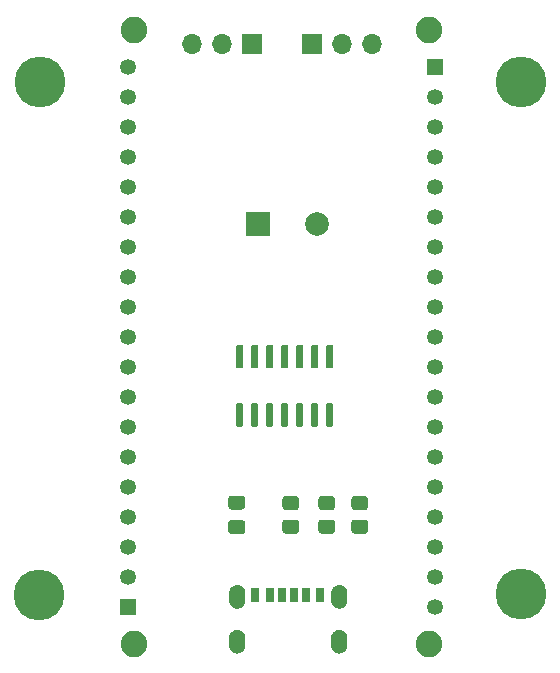
<source format=gbr>
%TF.GenerationSoftware,KiCad,Pcbnew,(5.1.12)-1*%
%TF.CreationDate,2022-08-02T20:23:38+02:00*%
%TF.ProjectId,esp32-led,65737033-322d-46c6-9564-2e6b69636164,rev?*%
%TF.SameCoordinates,Original*%
%TF.FileFunction,Soldermask,Bot*%
%TF.FilePolarity,Negative*%
%FSLAX46Y46*%
G04 Gerber Fmt 4.6, Leading zero omitted, Abs format (unit mm)*
G04 Created by KiCad (PCBNEW (5.1.12)-1) date 2022-08-02 20:23:38*
%MOMM*%
%LPD*%
G01*
G04 APERTURE LIST*
%ADD10C,0.010000*%
%ADD11O,1.700000X1.700000*%
%ADD12R,1.700000X1.700000*%
%ADD13C,4.300000*%
%ADD14C,2.250000*%
%ADD15R,1.350000X1.350000*%
%ADD16C,1.350000*%
%ADD17R,0.700000X1.200000*%
%ADD18R,0.760000X1.200000*%
%ADD19R,0.800000X1.200000*%
%ADD20C,2.000000*%
%ADD21R,2.000000X2.000000*%
G04 APERTURE END LIST*
D10*
%TO.C,J2*%
G36*
X171960000Y-98148000D02*
G01*
X171994000Y-98149000D01*
X172028000Y-98152000D01*
X172062000Y-98156000D01*
X172095000Y-98162000D01*
X172128000Y-98170000D01*
X172161000Y-98180000D01*
X172193000Y-98191000D01*
X172224000Y-98204000D01*
X172255000Y-98219000D01*
X172285000Y-98235000D01*
X172314000Y-98253000D01*
X172342000Y-98272000D01*
X172369000Y-98293000D01*
X172395000Y-98315000D01*
X172420000Y-98338000D01*
X172443000Y-98363000D01*
X172465000Y-98389000D01*
X172486000Y-98416000D01*
X172505000Y-98444000D01*
X172523000Y-98473000D01*
X172539000Y-98503000D01*
X172554000Y-98534000D01*
X172567000Y-98565000D01*
X172578000Y-98597000D01*
X172588000Y-98630000D01*
X172596000Y-98663000D01*
X172602000Y-98696000D01*
X172606000Y-98730000D01*
X172609000Y-98764000D01*
X172610000Y-98798000D01*
X172610000Y-99398000D01*
X172609000Y-99432000D01*
X172606000Y-99466000D01*
X172602000Y-99500000D01*
X172596000Y-99533000D01*
X172588000Y-99566000D01*
X172578000Y-99599000D01*
X172567000Y-99631000D01*
X172554000Y-99662000D01*
X172539000Y-99693000D01*
X172523000Y-99723000D01*
X172505000Y-99752000D01*
X172486000Y-99780000D01*
X172465000Y-99807000D01*
X172443000Y-99833000D01*
X172420000Y-99858000D01*
X172395000Y-99881000D01*
X172369000Y-99903000D01*
X172342000Y-99924000D01*
X172314000Y-99943000D01*
X172285000Y-99961000D01*
X172255000Y-99977000D01*
X172224000Y-99992000D01*
X172193000Y-100005000D01*
X172161000Y-100016000D01*
X172128000Y-100026000D01*
X172095000Y-100034000D01*
X172062000Y-100040000D01*
X172028000Y-100044000D01*
X171994000Y-100047000D01*
X171960000Y-100048000D01*
X171926000Y-100047000D01*
X171892000Y-100044000D01*
X171858000Y-100040000D01*
X171825000Y-100034000D01*
X171792000Y-100026000D01*
X171759000Y-100016000D01*
X171727000Y-100005000D01*
X171696000Y-99992000D01*
X171665000Y-99977000D01*
X171635000Y-99961000D01*
X171606000Y-99943000D01*
X171578000Y-99924000D01*
X171551000Y-99903000D01*
X171525000Y-99881000D01*
X171500000Y-99858000D01*
X171477000Y-99833000D01*
X171455000Y-99807000D01*
X171434000Y-99780000D01*
X171415000Y-99752000D01*
X171397000Y-99723000D01*
X171381000Y-99693000D01*
X171366000Y-99662000D01*
X171353000Y-99631000D01*
X171342000Y-99599000D01*
X171332000Y-99566000D01*
X171324000Y-99533000D01*
X171318000Y-99500000D01*
X171314000Y-99466000D01*
X171311000Y-99432000D01*
X171310000Y-99398000D01*
X171310000Y-98798000D01*
X171311000Y-98764000D01*
X171314000Y-98730000D01*
X171318000Y-98696000D01*
X171324000Y-98663000D01*
X171332000Y-98630000D01*
X171342000Y-98597000D01*
X171353000Y-98565000D01*
X171366000Y-98534000D01*
X171381000Y-98503000D01*
X171397000Y-98473000D01*
X171415000Y-98444000D01*
X171434000Y-98416000D01*
X171455000Y-98389000D01*
X171477000Y-98363000D01*
X171500000Y-98338000D01*
X171525000Y-98315000D01*
X171551000Y-98293000D01*
X171578000Y-98272000D01*
X171606000Y-98253000D01*
X171635000Y-98235000D01*
X171665000Y-98219000D01*
X171696000Y-98204000D01*
X171727000Y-98191000D01*
X171759000Y-98180000D01*
X171792000Y-98170000D01*
X171825000Y-98162000D01*
X171858000Y-98156000D01*
X171892000Y-98152000D01*
X171926000Y-98149000D01*
X171960000Y-98148000D01*
G37*
X171960000Y-98148000D02*
X171994000Y-98149000D01*
X172028000Y-98152000D01*
X172062000Y-98156000D01*
X172095000Y-98162000D01*
X172128000Y-98170000D01*
X172161000Y-98180000D01*
X172193000Y-98191000D01*
X172224000Y-98204000D01*
X172255000Y-98219000D01*
X172285000Y-98235000D01*
X172314000Y-98253000D01*
X172342000Y-98272000D01*
X172369000Y-98293000D01*
X172395000Y-98315000D01*
X172420000Y-98338000D01*
X172443000Y-98363000D01*
X172465000Y-98389000D01*
X172486000Y-98416000D01*
X172505000Y-98444000D01*
X172523000Y-98473000D01*
X172539000Y-98503000D01*
X172554000Y-98534000D01*
X172567000Y-98565000D01*
X172578000Y-98597000D01*
X172588000Y-98630000D01*
X172596000Y-98663000D01*
X172602000Y-98696000D01*
X172606000Y-98730000D01*
X172609000Y-98764000D01*
X172610000Y-98798000D01*
X172610000Y-99398000D01*
X172609000Y-99432000D01*
X172606000Y-99466000D01*
X172602000Y-99500000D01*
X172596000Y-99533000D01*
X172588000Y-99566000D01*
X172578000Y-99599000D01*
X172567000Y-99631000D01*
X172554000Y-99662000D01*
X172539000Y-99693000D01*
X172523000Y-99723000D01*
X172505000Y-99752000D01*
X172486000Y-99780000D01*
X172465000Y-99807000D01*
X172443000Y-99833000D01*
X172420000Y-99858000D01*
X172395000Y-99881000D01*
X172369000Y-99903000D01*
X172342000Y-99924000D01*
X172314000Y-99943000D01*
X172285000Y-99961000D01*
X172255000Y-99977000D01*
X172224000Y-99992000D01*
X172193000Y-100005000D01*
X172161000Y-100016000D01*
X172128000Y-100026000D01*
X172095000Y-100034000D01*
X172062000Y-100040000D01*
X172028000Y-100044000D01*
X171994000Y-100047000D01*
X171960000Y-100048000D01*
X171926000Y-100047000D01*
X171892000Y-100044000D01*
X171858000Y-100040000D01*
X171825000Y-100034000D01*
X171792000Y-100026000D01*
X171759000Y-100016000D01*
X171727000Y-100005000D01*
X171696000Y-99992000D01*
X171665000Y-99977000D01*
X171635000Y-99961000D01*
X171606000Y-99943000D01*
X171578000Y-99924000D01*
X171551000Y-99903000D01*
X171525000Y-99881000D01*
X171500000Y-99858000D01*
X171477000Y-99833000D01*
X171455000Y-99807000D01*
X171434000Y-99780000D01*
X171415000Y-99752000D01*
X171397000Y-99723000D01*
X171381000Y-99693000D01*
X171366000Y-99662000D01*
X171353000Y-99631000D01*
X171342000Y-99599000D01*
X171332000Y-99566000D01*
X171324000Y-99533000D01*
X171318000Y-99500000D01*
X171314000Y-99466000D01*
X171311000Y-99432000D01*
X171310000Y-99398000D01*
X171310000Y-98798000D01*
X171311000Y-98764000D01*
X171314000Y-98730000D01*
X171318000Y-98696000D01*
X171324000Y-98663000D01*
X171332000Y-98630000D01*
X171342000Y-98597000D01*
X171353000Y-98565000D01*
X171366000Y-98534000D01*
X171381000Y-98503000D01*
X171397000Y-98473000D01*
X171415000Y-98444000D01*
X171434000Y-98416000D01*
X171455000Y-98389000D01*
X171477000Y-98363000D01*
X171500000Y-98338000D01*
X171525000Y-98315000D01*
X171551000Y-98293000D01*
X171578000Y-98272000D01*
X171606000Y-98253000D01*
X171635000Y-98235000D01*
X171665000Y-98219000D01*
X171696000Y-98204000D01*
X171727000Y-98191000D01*
X171759000Y-98180000D01*
X171792000Y-98170000D01*
X171825000Y-98162000D01*
X171858000Y-98156000D01*
X171892000Y-98152000D01*
X171926000Y-98149000D01*
X171960000Y-98148000D01*
G36*
X163320000Y-98148000D02*
G01*
X163354000Y-98149000D01*
X163388000Y-98152000D01*
X163422000Y-98156000D01*
X163455000Y-98162000D01*
X163488000Y-98170000D01*
X163521000Y-98180000D01*
X163553000Y-98191000D01*
X163584000Y-98204000D01*
X163615000Y-98219000D01*
X163645000Y-98235000D01*
X163674000Y-98253000D01*
X163702000Y-98272000D01*
X163729000Y-98293000D01*
X163755000Y-98315000D01*
X163780000Y-98338000D01*
X163803000Y-98363000D01*
X163825000Y-98389000D01*
X163846000Y-98416000D01*
X163865000Y-98444000D01*
X163883000Y-98473000D01*
X163899000Y-98503000D01*
X163914000Y-98534000D01*
X163927000Y-98565000D01*
X163938000Y-98597000D01*
X163948000Y-98630000D01*
X163956000Y-98663000D01*
X163962000Y-98696000D01*
X163966000Y-98730000D01*
X163969000Y-98764000D01*
X163970000Y-98798000D01*
X163970000Y-99398000D01*
X163969000Y-99432000D01*
X163966000Y-99466000D01*
X163962000Y-99500000D01*
X163956000Y-99533000D01*
X163948000Y-99566000D01*
X163938000Y-99599000D01*
X163927000Y-99631000D01*
X163914000Y-99662000D01*
X163899000Y-99693000D01*
X163883000Y-99723000D01*
X163865000Y-99752000D01*
X163846000Y-99780000D01*
X163825000Y-99807000D01*
X163803000Y-99833000D01*
X163780000Y-99858000D01*
X163755000Y-99881000D01*
X163729000Y-99903000D01*
X163702000Y-99924000D01*
X163674000Y-99943000D01*
X163645000Y-99961000D01*
X163615000Y-99977000D01*
X163584000Y-99992000D01*
X163553000Y-100005000D01*
X163521000Y-100016000D01*
X163488000Y-100026000D01*
X163455000Y-100034000D01*
X163422000Y-100040000D01*
X163388000Y-100044000D01*
X163354000Y-100047000D01*
X163320000Y-100048000D01*
X163286000Y-100047000D01*
X163252000Y-100044000D01*
X163218000Y-100040000D01*
X163185000Y-100034000D01*
X163152000Y-100026000D01*
X163119000Y-100016000D01*
X163087000Y-100005000D01*
X163056000Y-99992000D01*
X163025000Y-99977000D01*
X162995000Y-99961000D01*
X162966000Y-99943000D01*
X162938000Y-99924000D01*
X162911000Y-99903000D01*
X162885000Y-99881000D01*
X162860000Y-99858000D01*
X162837000Y-99833000D01*
X162815000Y-99807000D01*
X162794000Y-99780000D01*
X162775000Y-99752000D01*
X162757000Y-99723000D01*
X162741000Y-99693000D01*
X162726000Y-99662000D01*
X162713000Y-99631000D01*
X162702000Y-99599000D01*
X162692000Y-99566000D01*
X162684000Y-99533000D01*
X162678000Y-99500000D01*
X162674000Y-99466000D01*
X162671000Y-99432000D01*
X162670000Y-99398000D01*
X162670000Y-98798000D01*
X162671000Y-98764000D01*
X162674000Y-98730000D01*
X162678000Y-98696000D01*
X162684000Y-98663000D01*
X162692000Y-98630000D01*
X162702000Y-98597000D01*
X162713000Y-98565000D01*
X162726000Y-98534000D01*
X162741000Y-98503000D01*
X162757000Y-98473000D01*
X162775000Y-98444000D01*
X162794000Y-98416000D01*
X162815000Y-98389000D01*
X162837000Y-98363000D01*
X162860000Y-98338000D01*
X162885000Y-98315000D01*
X162911000Y-98293000D01*
X162938000Y-98272000D01*
X162966000Y-98253000D01*
X162995000Y-98235000D01*
X163025000Y-98219000D01*
X163056000Y-98204000D01*
X163087000Y-98191000D01*
X163119000Y-98180000D01*
X163152000Y-98170000D01*
X163185000Y-98162000D01*
X163218000Y-98156000D01*
X163252000Y-98152000D01*
X163286000Y-98149000D01*
X163320000Y-98148000D01*
G37*
X163320000Y-98148000D02*
X163354000Y-98149000D01*
X163388000Y-98152000D01*
X163422000Y-98156000D01*
X163455000Y-98162000D01*
X163488000Y-98170000D01*
X163521000Y-98180000D01*
X163553000Y-98191000D01*
X163584000Y-98204000D01*
X163615000Y-98219000D01*
X163645000Y-98235000D01*
X163674000Y-98253000D01*
X163702000Y-98272000D01*
X163729000Y-98293000D01*
X163755000Y-98315000D01*
X163780000Y-98338000D01*
X163803000Y-98363000D01*
X163825000Y-98389000D01*
X163846000Y-98416000D01*
X163865000Y-98444000D01*
X163883000Y-98473000D01*
X163899000Y-98503000D01*
X163914000Y-98534000D01*
X163927000Y-98565000D01*
X163938000Y-98597000D01*
X163948000Y-98630000D01*
X163956000Y-98663000D01*
X163962000Y-98696000D01*
X163966000Y-98730000D01*
X163969000Y-98764000D01*
X163970000Y-98798000D01*
X163970000Y-99398000D01*
X163969000Y-99432000D01*
X163966000Y-99466000D01*
X163962000Y-99500000D01*
X163956000Y-99533000D01*
X163948000Y-99566000D01*
X163938000Y-99599000D01*
X163927000Y-99631000D01*
X163914000Y-99662000D01*
X163899000Y-99693000D01*
X163883000Y-99723000D01*
X163865000Y-99752000D01*
X163846000Y-99780000D01*
X163825000Y-99807000D01*
X163803000Y-99833000D01*
X163780000Y-99858000D01*
X163755000Y-99881000D01*
X163729000Y-99903000D01*
X163702000Y-99924000D01*
X163674000Y-99943000D01*
X163645000Y-99961000D01*
X163615000Y-99977000D01*
X163584000Y-99992000D01*
X163553000Y-100005000D01*
X163521000Y-100016000D01*
X163488000Y-100026000D01*
X163455000Y-100034000D01*
X163422000Y-100040000D01*
X163388000Y-100044000D01*
X163354000Y-100047000D01*
X163320000Y-100048000D01*
X163286000Y-100047000D01*
X163252000Y-100044000D01*
X163218000Y-100040000D01*
X163185000Y-100034000D01*
X163152000Y-100026000D01*
X163119000Y-100016000D01*
X163087000Y-100005000D01*
X163056000Y-99992000D01*
X163025000Y-99977000D01*
X162995000Y-99961000D01*
X162966000Y-99943000D01*
X162938000Y-99924000D01*
X162911000Y-99903000D01*
X162885000Y-99881000D01*
X162860000Y-99858000D01*
X162837000Y-99833000D01*
X162815000Y-99807000D01*
X162794000Y-99780000D01*
X162775000Y-99752000D01*
X162757000Y-99723000D01*
X162741000Y-99693000D01*
X162726000Y-99662000D01*
X162713000Y-99631000D01*
X162702000Y-99599000D01*
X162692000Y-99566000D01*
X162684000Y-99533000D01*
X162678000Y-99500000D01*
X162674000Y-99466000D01*
X162671000Y-99432000D01*
X162670000Y-99398000D01*
X162670000Y-98798000D01*
X162671000Y-98764000D01*
X162674000Y-98730000D01*
X162678000Y-98696000D01*
X162684000Y-98663000D01*
X162692000Y-98630000D01*
X162702000Y-98597000D01*
X162713000Y-98565000D01*
X162726000Y-98534000D01*
X162741000Y-98503000D01*
X162757000Y-98473000D01*
X162775000Y-98444000D01*
X162794000Y-98416000D01*
X162815000Y-98389000D01*
X162837000Y-98363000D01*
X162860000Y-98338000D01*
X162885000Y-98315000D01*
X162911000Y-98293000D01*
X162938000Y-98272000D01*
X162966000Y-98253000D01*
X162995000Y-98235000D01*
X163025000Y-98219000D01*
X163056000Y-98204000D01*
X163087000Y-98191000D01*
X163119000Y-98180000D01*
X163152000Y-98170000D01*
X163185000Y-98162000D01*
X163218000Y-98156000D01*
X163252000Y-98152000D01*
X163286000Y-98149000D01*
X163320000Y-98148000D01*
G36*
X171960000Y-94348000D02*
G01*
X171994000Y-94349000D01*
X172028000Y-94352000D01*
X172062000Y-94356000D01*
X172095000Y-94362000D01*
X172128000Y-94370000D01*
X172161000Y-94380000D01*
X172193000Y-94391000D01*
X172224000Y-94404000D01*
X172255000Y-94419000D01*
X172285000Y-94435000D01*
X172314000Y-94453000D01*
X172342000Y-94472000D01*
X172369000Y-94493000D01*
X172395000Y-94515000D01*
X172420000Y-94538000D01*
X172443000Y-94563000D01*
X172465000Y-94589000D01*
X172486000Y-94616000D01*
X172505000Y-94644000D01*
X172523000Y-94673000D01*
X172539000Y-94703000D01*
X172554000Y-94734000D01*
X172567000Y-94765000D01*
X172578000Y-94797000D01*
X172588000Y-94830000D01*
X172596000Y-94863000D01*
X172602000Y-94896000D01*
X172606000Y-94930000D01*
X172609000Y-94964000D01*
X172610000Y-94998000D01*
X172610000Y-95598000D01*
X172609000Y-95632000D01*
X172606000Y-95666000D01*
X172602000Y-95700000D01*
X172596000Y-95733000D01*
X172588000Y-95766000D01*
X172578000Y-95799000D01*
X172567000Y-95831000D01*
X172554000Y-95862000D01*
X172539000Y-95893000D01*
X172523000Y-95923000D01*
X172505000Y-95952000D01*
X172486000Y-95980000D01*
X172465000Y-96007000D01*
X172443000Y-96033000D01*
X172420000Y-96058000D01*
X172395000Y-96081000D01*
X172369000Y-96103000D01*
X172342000Y-96124000D01*
X172314000Y-96143000D01*
X172285000Y-96161000D01*
X172255000Y-96177000D01*
X172224000Y-96192000D01*
X172193000Y-96205000D01*
X172161000Y-96216000D01*
X172128000Y-96226000D01*
X172095000Y-96234000D01*
X172062000Y-96240000D01*
X172028000Y-96244000D01*
X171994000Y-96247000D01*
X171960000Y-96248000D01*
X171926000Y-96247000D01*
X171892000Y-96244000D01*
X171858000Y-96240000D01*
X171825000Y-96234000D01*
X171792000Y-96226000D01*
X171759000Y-96216000D01*
X171727000Y-96205000D01*
X171696000Y-96192000D01*
X171665000Y-96177000D01*
X171635000Y-96161000D01*
X171606000Y-96143000D01*
X171578000Y-96124000D01*
X171551000Y-96103000D01*
X171525000Y-96081000D01*
X171500000Y-96058000D01*
X171477000Y-96033000D01*
X171455000Y-96007000D01*
X171434000Y-95980000D01*
X171415000Y-95952000D01*
X171397000Y-95923000D01*
X171381000Y-95893000D01*
X171366000Y-95862000D01*
X171353000Y-95831000D01*
X171342000Y-95799000D01*
X171332000Y-95766000D01*
X171324000Y-95733000D01*
X171318000Y-95700000D01*
X171314000Y-95666000D01*
X171311000Y-95632000D01*
X171310000Y-95598000D01*
X171310000Y-94998000D01*
X171311000Y-94964000D01*
X171314000Y-94930000D01*
X171318000Y-94896000D01*
X171324000Y-94863000D01*
X171332000Y-94830000D01*
X171342000Y-94797000D01*
X171353000Y-94765000D01*
X171366000Y-94734000D01*
X171381000Y-94703000D01*
X171397000Y-94673000D01*
X171415000Y-94644000D01*
X171434000Y-94616000D01*
X171455000Y-94589000D01*
X171477000Y-94563000D01*
X171500000Y-94538000D01*
X171525000Y-94515000D01*
X171551000Y-94493000D01*
X171578000Y-94472000D01*
X171606000Y-94453000D01*
X171635000Y-94435000D01*
X171665000Y-94419000D01*
X171696000Y-94404000D01*
X171727000Y-94391000D01*
X171759000Y-94380000D01*
X171792000Y-94370000D01*
X171825000Y-94362000D01*
X171858000Y-94356000D01*
X171892000Y-94352000D01*
X171926000Y-94349000D01*
X171960000Y-94348000D01*
G37*
X171960000Y-94348000D02*
X171994000Y-94349000D01*
X172028000Y-94352000D01*
X172062000Y-94356000D01*
X172095000Y-94362000D01*
X172128000Y-94370000D01*
X172161000Y-94380000D01*
X172193000Y-94391000D01*
X172224000Y-94404000D01*
X172255000Y-94419000D01*
X172285000Y-94435000D01*
X172314000Y-94453000D01*
X172342000Y-94472000D01*
X172369000Y-94493000D01*
X172395000Y-94515000D01*
X172420000Y-94538000D01*
X172443000Y-94563000D01*
X172465000Y-94589000D01*
X172486000Y-94616000D01*
X172505000Y-94644000D01*
X172523000Y-94673000D01*
X172539000Y-94703000D01*
X172554000Y-94734000D01*
X172567000Y-94765000D01*
X172578000Y-94797000D01*
X172588000Y-94830000D01*
X172596000Y-94863000D01*
X172602000Y-94896000D01*
X172606000Y-94930000D01*
X172609000Y-94964000D01*
X172610000Y-94998000D01*
X172610000Y-95598000D01*
X172609000Y-95632000D01*
X172606000Y-95666000D01*
X172602000Y-95700000D01*
X172596000Y-95733000D01*
X172588000Y-95766000D01*
X172578000Y-95799000D01*
X172567000Y-95831000D01*
X172554000Y-95862000D01*
X172539000Y-95893000D01*
X172523000Y-95923000D01*
X172505000Y-95952000D01*
X172486000Y-95980000D01*
X172465000Y-96007000D01*
X172443000Y-96033000D01*
X172420000Y-96058000D01*
X172395000Y-96081000D01*
X172369000Y-96103000D01*
X172342000Y-96124000D01*
X172314000Y-96143000D01*
X172285000Y-96161000D01*
X172255000Y-96177000D01*
X172224000Y-96192000D01*
X172193000Y-96205000D01*
X172161000Y-96216000D01*
X172128000Y-96226000D01*
X172095000Y-96234000D01*
X172062000Y-96240000D01*
X172028000Y-96244000D01*
X171994000Y-96247000D01*
X171960000Y-96248000D01*
X171926000Y-96247000D01*
X171892000Y-96244000D01*
X171858000Y-96240000D01*
X171825000Y-96234000D01*
X171792000Y-96226000D01*
X171759000Y-96216000D01*
X171727000Y-96205000D01*
X171696000Y-96192000D01*
X171665000Y-96177000D01*
X171635000Y-96161000D01*
X171606000Y-96143000D01*
X171578000Y-96124000D01*
X171551000Y-96103000D01*
X171525000Y-96081000D01*
X171500000Y-96058000D01*
X171477000Y-96033000D01*
X171455000Y-96007000D01*
X171434000Y-95980000D01*
X171415000Y-95952000D01*
X171397000Y-95923000D01*
X171381000Y-95893000D01*
X171366000Y-95862000D01*
X171353000Y-95831000D01*
X171342000Y-95799000D01*
X171332000Y-95766000D01*
X171324000Y-95733000D01*
X171318000Y-95700000D01*
X171314000Y-95666000D01*
X171311000Y-95632000D01*
X171310000Y-95598000D01*
X171310000Y-94998000D01*
X171311000Y-94964000D01*
X171314000Y-94930000D01*
X171318000Y-94896000D01*
X171324000Y-94863000D01*
X171332000Y-94830000D01*
X171342000Y-94797000D01*
X171353000Y-94765000D01*
X171366000Y-94734000D01*
X171381000Y-94703000D01*
X171397000Y-94673000D01*
X171415000Y-94644000D01*
X171434000Y-94616000D01*
X171455000Y-94589000D01*
X171477000Y-94563000D01*
X171500000Y-94538000D01*
X171525000Y-94515000D01*
X171551000Y-94493000D01*
X171578000Y-94472000D01*
X171606000Y-94453000D01*
X171635000Y-94435000D01*
X171665000Y-94419000D01*
X171696000Y-94404000D01*
X171727000Y-94391000D01*
X171759000Y-94380000D01*
X171792000Y-94370000D01*
X171825000Y-94362000D01*
X171858000Y-94356000D01*
X171892000Y-94352000D01*
X171926000Y-94349000D01*
X171960000Y-94348000D01*
G36*
X163320000Y-94348000D02*
G01*
X163354000Y-94349000D01*
X163388000Y-94352000D01*
X163422000Y-94356000D01*
X163455000Y-94362000D01*
X163488000Y-94370000D01*
X163521000Y-94380000D01*
X163553000Y-94391000D01*
X163584000Y-94404000D01*
X163615000Y-94419000D01*
X163645000Y-94435000D01*
X163674000Y-94453000D01*
X163702000Y-94472000D01*
X163729000Y-94493000D01*
X163755000Y-94515000D01*
X163780000Y-94538000D01*
X163803000Y-94563000D01*
X163825000Y-94589000D01*
X163846000Y-94616000D01*
X163865000Y-94644000D01*
X163883000Y-94673000D01*
X163899000Y-94703000D01*
X163914000Y-94734000D01*
X163927000Y-94765000D01*
X163938000Y-94797000D01*
X163948000Y-94830000D01*
X163956000Y-94863000D01*
X163962000Y-94896000D01*
X163966000Y-94930000D01*
X163969000Y-94964000D01*
X163970000Y-94998000D01*
X163970000Y-95598000D01*
X163969000Y-95632000D01*
X163966000Y-95666000D01*
X163962000Y-95700000D01*
X163956000Y-95733000D01*
X163948000Y-95766000D01*
X163938000Y-95799000D01*
X163927000Y-95831000D01*
X163914000Y-95862000D01*
X163899000Y-95893000D01*
X163883000Y-95923000D01*
X163865000Y-95952000D01*
X163846000Y-95980000D01*
X163825000Y-96007000D01*
X163803000Y-96033000D01*
X163780000Y-96058000D01*
X163755000Y-96081000D01*
X163729000Y-96103000D01*
X163702000Y-96124000D01*
X163674000Y-96143000D01*
X163645000Y-96161000D01*
X163615000Y-96177000D01*
X163584000Y-96192000D01*
X163553000Y-96205000D01*
X163521000Y-96216000D01*
X163488000Y-96226000D01*
X163455000Y-96234000D01*
X163422000Y-96240000D01*
X163388000Y-96244000D01*
X163354000Y-96247000D01*
X163320000Y-96248000D01*
X163286000Y-96247000D01*
X163252000Y-96244000D01*
X163218000Y-96240000D01*
X163185000Y-96234000D01*
X163152000Y-96226000D01*
X163119000Y-96216000D01*
X163087000Y-96205000D01*
X163056000Y-96192000D01*
X163025000Y-96177000D01*
X162995000Y-96161000D01*
X162966000Y-96143000D01*
X162938000Y-96124000D01*
X162911000Y-96103000D01*
X162885000Y-96081000D01*
X162860000Y-96058000D01*
X162837000Y-96033000D01*
X162815000Y-96007000D01*
X162794000Y-95980000D01*
X162775000Y-95952000D01*
X162757000Y-95923000D01*
X162741000Y-95893000D01*
X162726000Y-95862000D01*
X162713000Y-95831000D01*
X162702000Y-95799000D01*
X162692000Y-95766000D01*
X162684000Y-95733000D01*
X162678000Y-95700000D01*
X162674000Y-95666000D01*
X162671000Y-95632000D01*
X162670000Y-95598000D01*
X162670000Y-94998000D01*
X162671000Y-94964000D01*
X162674000Y-94930000D01*
X162678000Y-94896000D01*
X162684000Y-94863000D01*
X162692000Y-94830000D01*
X162702000Y-94797000D01*
X162713000Y-94765000D01*
X162726000Y-94734000D01*
X162741000Y-94703000D01*
X162757000Y-94673000D01*
X162775000Y-94644000D01*
X162794000Y-94616000D01*
X162815000Y-94589000D01*
X162837000Y-94563000D01*
X162860000Y-94538000D01*
X162885000Y-94515000D01*
X162911000Y-94493000D01*
X162938000Y-94472000D01*
X162966000Y-94453000D01*
X162995000Y-94435000D01*
X163025000Y-94419000D01*
X163056000Y-94404000D01*
X163087000Y-94391000D01*
X163119000Y-94380000D01*
X163152000Y-94370000D01*
X163185000Y-94362000D01*
X163218000Y-94356000D01*
X163252000Y-94352000D01*
X163286000Y-94349000D01*
X163320000Y-94348000D01*
G37*
X163320000Y-94348000D02*
X163354000Y-94349000D01*
X163388000Y-94352000D01*
X163422000Y-94356000D01*
X163455000Y-94362000D01*
X163488000Y-94370000D01*
X163521000Y-94380000D01*
X163553000Y-94391000D01*
X163584000Y-94404000D01*
X163615000Y-94419000D01*
X163645000Y-94435000D01*
X163674000Y-94453000D01*
X163702000Y-94472000D01*
X163729000Y-94493000D01*
X163755000Y-94515000D01*
X163780000Y-94538000D01*
X163803000Y-94563000D01*
X163825000Y-94589000D01*
X163846000Y-94616000D01*
X163865000Y-94644000D01*
X163883000Y-94673000D01*
X163899000Y-94703000D01*
X163914000Y-94734000D01*
X163927000Y-94765000D01*
X163938000Y-94797000D01*
X163948000Y-94830000D01*
X163956000Y-94863000D01*
X163962000Y-94896000D01*
X163966000Y-94930000D01*
X163969000Y-94964000D01*
X163970000Y-94998000D01*
X163970000Y-95598000D01*
X163969000Y-95632000D01*
X163966000Y-95666000D01*
X163962000Y-95700000D01*
X163956000Y-95733000D01*
X163948000Y-95766000D01*
X163938000Y-95799000D01*
X163927000Y-95831000D01*
X163914000Y-95862000D01*
X163899000Y-95893000D01*
X163883000Y-95923000D01*
X163865000Y-95952000D01*
X163846000Y-95980000D01*
X163825000Y-96007000D01*
X163803000Y-96033000D01*
X163780000Y-96058000D01*
X163755000Y-96081000D01*
X163729000Y-96103000D01*
X163702000Y-96124000D01*
X163674000Y-96143000D01*
X163645000Y-96161000D01*
X163615000Y-96177000D01*
X163584000Y-96192000D01*
X163553000Y-96205000D01*
X163521000Y-96216000D01*
X163488000Y-96226000D01*
X163455000Y-96234000D01*
X163422000Y-96240000D01*
X163388000Y-96244000D01*
X163354000Y-96247000D01*
X163320000Y-96248000D01*
X163286000Y-96247000D01*
X163252000Y-96244000D01*
X163218000Y-96240000D01*
X163185000Y-96234000D01*
X163152000Y-96226000D01*
X163119000Y-96216000D01*
X163087000Y-96205000D01*
X163056000Y-96192000D01*
X163025000Y-96177000D01*
X162995000Y-96161000D01*
X162966000Y-96143000D01*
X162938000Y-96124000D01*
X162911000Y-96103000D01*
X162885000Y-96081000D01*
X162860000Y-96058000D01*
X162837000Y-96033000D01*
X162815000Y-96007000D01*
X162794000Y-95980000D01*
X162775000Y-95952000D01*
X162757000Y-95923000D01*
X162741000Y-95893000D01*
X162726000Y-95862000D01*
X162713000Y-95831000D01*
X162702000Y-95799000D01*
X162692000Y-95766000D01*
X162684000Y-95733000D01*
X162678000Y-95700000D01*
X162674000Y-95666000D01*
X162671000Y-95632000D01*
X162670000Y-95598000D01*
X162670000Y-94998000D01*
X162671000Y-94964000D01*
X162674000Y-94930000D01*
X162678000Y-94896000D01*
X162684000Y-94863000D01*
X162692000Y-94830000D01*
X162702000Y-94797000D01*
X162713000Y-94765000D01*
X162726000Y-94734000D01*
X162741000Y-94703000D01*
X162757000Y-94673000D01*
X162775000Y-94644000D01*
X162794000Y-94616000D01*
X162815000Y-94589000D01*
X162837000Y-94563000D01*
X162860000Y-94538000D01*
X162885000Y-94515000D01*
X162911000Y-94493000D01*
X162938000Y-94472000D01*
X162966000Y-94453000D01*
X162995000Y-94435000D01*
X163025000Y-94419000D01*
X163056000Y-94404000D01*
X163087000Y-94391000D01*
X163119000Y-94380000D01*
X163152000Y-94370000D01*
X163185000Y-94362000D01*
X163218000Y-94356000D01*
X163252000Y-94352000D01*
X163286000Y-94349000D01*
X163320000Y-94348000D01*
%TD*%
D11*
%TO.C,J3*%
X174752000Y-48514000D03*
X172212000Y-48514000D03*
D12*
X169672000Y-48514000D03*
%TD*%
D13*
%TO.C,REF\u002A\u002A*%
X146558000Y-95186500D03*
%TD*%
%TO.C,REF\u002A\u002A*%
X146685000Y-51752500D03*
%TD*%
%TO.C,REF\u002A\u002A*%
X187388500Y-95059500D03*
%TD*%
%TO.C,REF\u002A\u002A*%
X187388500Y-51752500D03*
%TD*%
D14*
%TO.C,U2*%
X179605354Y-47300000D03*
X154605354Y-47300000D03*
X179605354Y-99300000D03*
X154605354Y-99300000D03*
D15*
X180105354Y-50440000D03*
D16*
X180105354Y-52980000D03*
X180105354Y-55520000D03*
X180105354Y-58060000D03*
X180105354Y-60600000D03*
X180105354Y-63140000D03*
X180105354Y-65680000D03*
X180105354Y-68220000D03*
X180105354Y-70760000D03*
X180105354Y-73300000D03*
X180105354Y-75840000D03*
X180105354Y-78380000D03*
X180105354Y-80920000D03*
X180105354Y-83460000D03*
X180105354Y-86000000D03*
X180105354Y-88540000D03*
X180105354Y-91080000D03*
X180105354Y-93620000D03*
X180105354Y-96160000D03*
X154105354Y-93620000D03*
X154105354Y-91080000D03*
X154105354Y-88540000D03*
X154105354Y-86000000D03*
X154105354Y-83460000D03*
X154105354Y-80920000D03*
X154105354Y-78380000D03*
X154105354Y-75840000D03*
X154105354Y-73300000D03*
X154105354Y-70760000D03*
X154105354Y-68220000D03*
X154105354Y-65680000D03*
X154105354Y-63140000D03*
X154105354Y-60600000D03*
X154105354Y-58060000D03*
X154105354Y-55520000D03*
D15*
X154105354Y-96160000D03*
D16*
X154105354Y-52980000D03*
X154105354Y-50440000D03*
%TD*%
D17*
%TO.C,J2*%
X167140000Y-95218000D03*
X168140000Y-95218000D03*
D18*
X166120000Y-95218000D03*
X169160000Y-95218000D03*
D19*
X164890000Y-95218000D03*
X170390000Y-95218000D03*
%TD*%
D11*
%TO.C,J1*%
X159512000Y-48514000D03*
X162052000Y-48514000D03*
D12*
X164592000Y-48514000D03*
%TD*%
%TO.C,U1*%
G36*
G01*
X163366000Y-78960000D02*
X163786000Y-78960000D01*
G75*
G02*
X163876000Y-79050000I0J-90000D01*
G01*
X163876000Y-80840000D01*
G75*
G02*
X163786000Y-80930000I-90000J0D01*
G01*
X163366000Y-80930000D01*
G75*
G02*
X163276000Y-80840000I0J90000D01*
G01*
X163276000Y-79050000D01*
G75*
G02*
X163366000Y-78960000I90000J0D01*
G01*
G37*
G36*
G01*
X164636000Y-78960000D02*
X165056000Y-78960000D01*
G75*
G02*
X165146000Y-79050000I0J-90000D01*
G01*
X165146000Y-80840000D01*
G75*
G02*
X165056000Y-80930000I-90000J0D01*
G01*
X164636000Y-80930000D01*
G75*
G02*
X164546000Y-80840000I0J90000D01*
G01*
X164546000Y-79050000D01*
G75*
G02*
X164636000Y-78960000I90000J0D01*
G01*
G37*
G36*
G01*
X165906000Y-78960000D02*
X166326000Y-78960000D01*
G75*
G02*
X166416000Y-79050000I0J-90000D01*
G01*
X166416000Y-80840000D01*
G75*
G02*
X166326000Y-80930000I-90000J0D01*
G01*
X165906000Y-80930000D01*
G75*
G02*
X165816000Y-80840000I0J90000D01*
G01*
X165816000Y-79050000D01*
G75*
G02*
X165906000Y-78960000I90000J0D01*
G01*
G37*
G36*
G01*
X167176000Y-78960000D02*
X167596000Y-78960000D01*
G75*
G02*
X167686000Y-79050000I0J-90000D01*
G01*
X167686000Y-80840000D01*
G75*
G02*
X167596000Y-80930000I-90000J0D01*
G01*
X167176000Y-80930000D01*
G75*
G02*
X167086000Y-80840000I0J90000D01*
G01*
X167086000Y-79050000D01*
G75*
G02*
X167176000Y-78960000I90000J0D01*
G01*
G37*
G36*
G01*
X168446000Y-78960000D02*
X168866000Y-78960000D01*
G75*
G02*
X168956000Y-79050000I0J-90000D01*
G01*
X168956000Y-80840000D01*
G75*
G02*
X168866000Y-80930000I-90000J0D01*
G01*
X168446000Y-80930000D01*
G75*
G02*
X168356000Y-80840000I0J90000D01*
G01*
X168356000Y-79050000D01*
G75*
G02*
X168446000Y-78960000I90000J0D01*
G01*
G37*
G36*
G01*
X169716000Y-78960000D02*
X170136000Y-78960000D01*
G75*
G02*
X170226000Y-79050000I0J-90000D01*
G01*
X170226000Y-80840000D01*
G75*
G02*
X170136000Y-80930000I-90000J0D01*
G01*
X169716000Y-80930000D01*
G75*
G02*
X169626000Y-80840000I0J90000D01*
G01*
X169626000Y-79050000D01*
G75*
G02*
X169716000Y-78960000I90000J0D01*
G01*
G37*
G36*
G01*
X170986000Y-78960000D02*
X171406000Y-78960000D01*
G75*
G02*
X171496000Y-79050000I0J-90000D01*
G01*
X171496000Y-80840000D01*
G75*
G02*
X171406000Y-80930000I-90000J0D01*
G01*
X170986000Y-80930000D01*
G75*
G02*
X170896000Y-80840000I0J90000D01*
G01*
X170896000Y-79050000D01*
G75*
G02*
X170986000Y-78960000I90000J0D01*
G01*
G37*
G36*
G01*
X170986000Y-74010000D02*
X171406000Y-74010000D01*
G75*
G02*
X171496000Y-74100000I0J-90000D01*
G01*
X171496000Y-75890000D01*
G75*
G02*
X171406000Y-75980000I-90000J0D01*
G01*
X170986000Y-75980000D01*
G75*
G02*
X170896000Y-75890000I0J90000D01*
G01*
X170896000Y-74100000D01*
G75*
G02*
X170986000Y-74010000I90000J0D01*
G01*
G37*
G36*
G01*
X169716000Y-74010000D02*
X170136000Y-74010000D01*
G75*
G02*
X170226000Y-74100000I0J-90000D01*
G01*
X170226000Y-75890000D01*
G75*
G02*
X170136000Y-75980000I-90000J0D01*
G01*
X169716000Y-75980000D01*
G75*
G02*
X169626000Y-75890000I0J90000D01*
G01*
X169626000Y-74100000D01*
G75*
G02*
X169716000Y-74010000I90000J0D01*
G01*
G37*
G36*
G01*
X168446000Y-74010000D02*
X168866000Y-74010000D01*
G75*
G02*
X168956000Y-74100000I0J-90000D01*
G01*
X168956000Y-75890000D01*
G75*
G02*
X168866000Y-75980000I-90000J0D01*
G01*
X168446000Y-75980000D01*
G75*
G02*
X168356000Y-75890000I0J90000D01*
G01*
X168356000Y-74100000D01*
G75*
G02*
X168446000Y-74010000I90000J0D01*
G01*
G37*
G36*
G01*
X167176000Y-74010000D02*
X167596000Y-74010000D01*
G75*
G02*
X167686000Y-74100000I0J-90000D01*
G01*
X167686000Y-75890000D01*
G75*
G02*
X167596000Y-75980000I-90000J0D01*
G01*
X167176000Y-75980000D01*
G75*
G02*
X167086000Y-75890000I0J90000D01*
G01*
X167086000Y-74100000D01*
G75*
G02*
X167176000Y-74010000I90000J0D01*
G01*
G37*
G36*
G01*
X165906000Y-74010000D02*
X166326000Y-74010000D01*
G75*
G02*
X166416000Y-74100000I0J-90000D01*
G01*
X166416000Y-75890000D01*
G75*
G02*
X166326000Y-75980000I-90000J0D01*
G01*
X165906000Y-75980000D01*
G75*
G02*
X165816000Y-75890000I0J90000D01*
G01*
X165816000Y-74100000D01*
G75*
G02*
X165906000Y-74010000I90000J0D01*
G01*
G37*
G36*
G01*
X164636000Y-74010000D02*
X165056000Y-74010000D01*
G75*
G02*
X165146000Y-74100000I0J-90000D01*
G01*
X165146000Y-75890000D01*
G75*
G02*
X165056000Y-75980000I-90000J0D01*
G01*
X164636000Y-75980000D01*
G75*
G02*
X164546000Y-75890000I0J90000D01*
G01*
X164546000Y-74100000D01*
G75*
G02*
X164636000Y-74010000I90000J0D01*
G01*
G37*
G36*
G01*
X163366000Y-74010000D02*
X163786000Y-74010000D01*
G75*
G02*
X163876000Y-74100000I0J-90000D01*
G01*
X163876000Y-75890000D01*
G75*
G02*
X163786000Y-75980000I-90000J0D01*
G01*
X163366000Y-75980000D01*
G75*
G02*
X163276000Y-75890000I0J90000D01*
G01*
X163276000Y-74100000D01*
G75*
G02*
X163366000Y-74010000I90000J0D01*
G01*
G37*
%TD*%
%TO.C,R3*%
G36*
G01*
X174186001Y-87992000D02*
X173285999Y-87992000D01*
G75*
G02*
X173036000Y-87742001I0J249999D01*
G01*
X173036000Y-87041999D01*
G75*
G02*
X173285999Y-86792000I249999J0D01*
G01*
X174186001Y-86792000D01*
G75*
G02*
X174436000Y-87041999I0J-249999D01*
G01*
X174436000Y-87742001D01*
G75*
G02*
X174186001Y-87992000I-249999J0D01*
G01*
G37*
G36*
G01*
X174186001Y-89992000D02*
X173285999Y-89992000D01*
G75*
G02*
X173036000Y-89742001I0J249999D01*
G01*
X173036000Y-89041999D01*
G75*
G02*
X173285999Y-88792000I249999J0D01*
G01*
X174186001Y-88792000D01*
G75*
G02*
X174436000Y-89041999I0J-249999D01*
G01*
X174436000Y-89742001D01*
G75*
G02*
X174186001Y-89992000I-249999J0D01*
G01*
G37*
%TD*%
%TO.C,R2*%
G36*
G01*
X168344001Y-87992000D02*
X167443999Y-87992000D01*
G75*
G02*
X167194000Y-87742001I0J249999D01*
G01*
X167194000Y-87041999D01*
G75*
G02*
X167443999Y-86792000I249999J0D01*
G01*
X168344001Y-86792000D01*
G75*
G02*
X168594000Y-87041999I0J-249999D01*
G01*
X168594000Y-87742001D01*
G75*
G02*
X168344001Y-87992000I-249999J0D01*
G01*
G37*
G36*
G01*
X168344001Y-89992000D02*
X167443999Y-89992000D01*
G75*
G02*
X167194000Y-89742001I0J249999D01*
G01*
X167194000Y-89041999D01*
G75*
G02*
X167443999Y-88792000I249999J0D01*
G01*
X168344001Y-88792000D01*
G75*
G02*
X168594000Y-89041999I0J-249999D01*
G01*
X168594000Y-89742001D01*
G75*
G02*
X168344001Y-89992000I-249999J0D01*
G01*
G37*
%TD*%
%TO.C,R1*%
G36*
G01*
X171392001Y-87992000D02*
X170491999Y-87992000D01*
G75*
G02*
X170242000Y-87742001I0J249999D01*
G01*
X170242000Y-87041999D01*
G75*
G02*
X170491999Y-86792000I249999J0D01*
G01*
X171392001Y-86792000D01*
G75*
G02*
X171642000Y-87041999I0J-249999D01*
G01*
X171642000Y-87742001D01*
G75*
G02*
X171392001Y-87992000I-249999J0D01*
G01*
G37*
G36*
G01*
X171392001Y-89992000D02*
X170491999Y-89992000D01*
G75*
G02*
X170242000Y-89742001I0J249999D01*
G01*
X170242000Y-89041999D01*
G75*
G02*
X170491999Y-88792000I249999J0D01*
G01*
X171392001Y-88792000D01*
G75*
G02*
X171642000Y-89041999I0J-249999D01*
G01*
X171642000Y-89742001D01*
G75*
G02*
X171392001Y-89992000I-249999J0D01*
G01*
G37*
%TD*%
%TO.C,C2*%
G36*
G01*
X163797000Y-87942000D02*
X162847000Y-87942000D01*
G75*
G02*
X162597000Y-87692000I0J250000D01*
G01*
X162597000Y-87017000D01*
G75*
G02*
X162847000Y-86767000I250000J0D01*
G01*
X163797000Y-86767000D01*
G75*
G02*
X164047000Y-87017000I0J-250000D01*
G01*
X164047000Y-87692000D01*
G75*
G02*
X163797000Y-87942000I-250000J0D01*
G01*
G37*
G36*
G01*
X163797000Y-90017000D02*
X162847000Y-90017000D01*
G75*
G02*
X162597000Y-89767000I0J250000D01*
G01*
X162597000Y-89092000D01*
G75*
G02*
X162847000Y-88842000I250000J0D01*
G01*
X163797000Y-88842000D01*
G75*
G02*
X164047000Y-89092000I0J-250000D01*
G01*
X164047000Y-89767000D01*
G75*
G02*
X163797000Y-90017000I-250000J0D01*
G01*
G37*
%TD*%
D20*
%TO.C,C1*%
X170100000Y-63754000D03*
D21*
X165100000Y-63754000D03*
%TD*%
M02*

</source>
